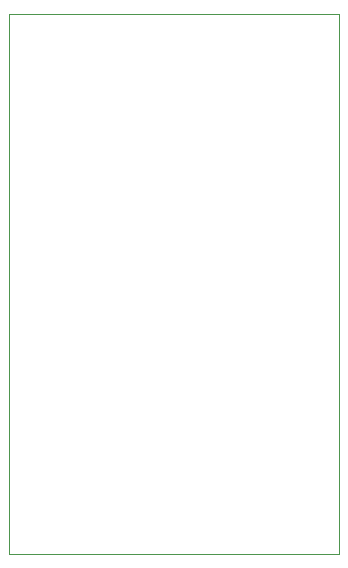
<source format=gbr>
%TF.GenerationSoftware,KiCad,Pcbnew,5.0.2-bee76a0~70~ubuntu16.04.1*%
%TF.CreationDate,2019-06-19T10:23:05+02:00*%
%TF.ProjectId,baseplate_in_output,62617365-706c-4617-9465-5f696e5f6f75,rev?*%
%TF.SameCoordinates,Original*%
%TF.FileFunction,Legend,Bot*%
%TF.FilePolarity,Positive*%
%FSLAX46Y46*%
G04 Gerber Fmt 4.6, Leading zero omitted, Abs format (unit mm)*
G04 Created by KiCad (PCBNEW 5.0.2-bee76a0~70~ubuntu16.04.1) date Mi 19 Jun 2019 10:23:05 CEST*
%MOMM*%
%LPD*%
G01*
G04 APERTURE LIST*
%ADD10C,0.100000*%
G04 APERTURE END LIST*
D10*
X25400000Y-58420000D02*
X25400000Y-12700000D01*
X53340000Y-58420000D02*
X25400000Y-58420000D01*
X53340000Y-12700000D02*
X53340000Y-58420000D01*
X25400000Y-12700000D02*
X53340000Y-12700000D01*
M02*

</source>
